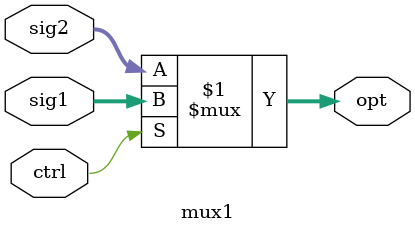
<source format=v>
`timescale 1ns / 1ps


module mux1(input [15:0]sig1, sig2, input ctrl,output [15:0] opt);

    assign opt = (ctrl) ? sig1 : sig2; //Ctrl on == sig1
    
endmodule

</source>
